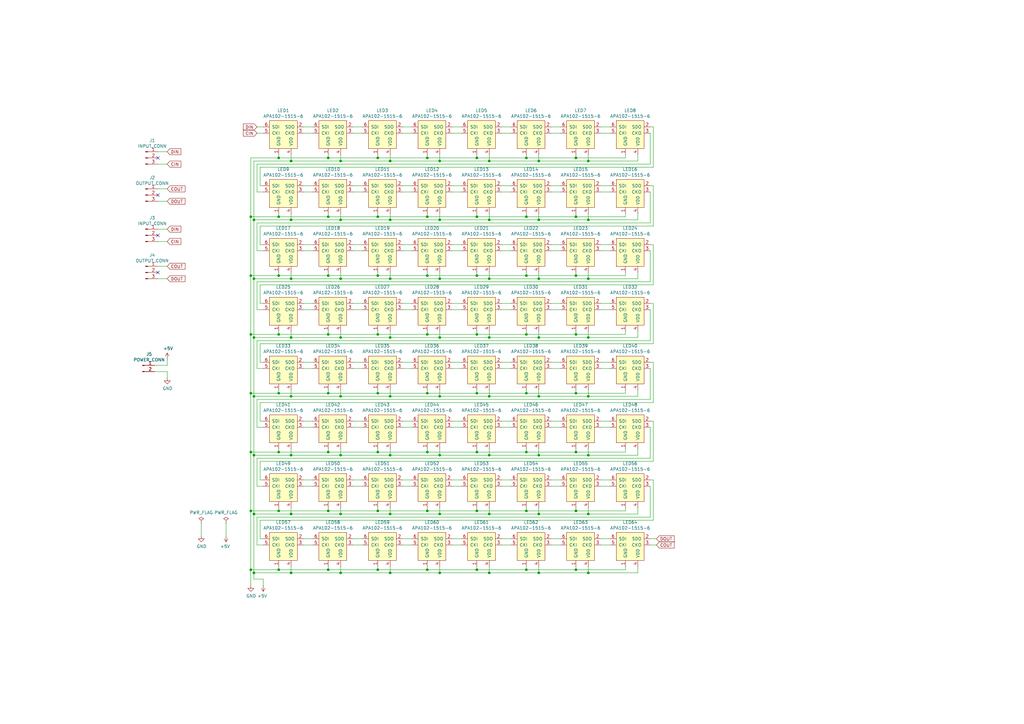
<source format=kicad_sch>
(kicad_sch (version 20211123) (generator eeschema)
  (paper "A3")
  (junction (at 154.94 161.29))
  (junction (at 241.3 234.95))
  (junction (at 102.87 88.9))
  (junction (at 134.62 209.55))
  (junction (at 102.87 161.29))
  (junction (at 236.22 233.68))
  (junction (at 180.34 114.3))
  (junction (at 200.66 66.04))
  (junction (at 102.87 233.68))
  (junction (at 195.58 64.77))
  (junction (at 160.02 114.3))
  (junction (at 241.3 114.3))
  (junction (at 134.62 137.16))
  (junction (at 104.14 138.43))
  (junction (at 134.62 113.03))
  (junction (at 119.38 90.17))
  (junction (at 175.26 233.68))
  (junction (at 220.98 114.3))
  (junction (at 154.94 209.55))
  (junction (at 220.98 162.56))
  (junction (at 154.94 64.77))
  (junction (at 175.26 113.03))
  (junction (at 104.14 210.82))
  (junction (at 139.7 210.82))
  (junction (at 241.3 66.04))
  (junction (at 200.66 162.56))
  (junction (at 119.38 66.04))
  (junction (at 134.62 64.77))
  (junction (at 114.3 137.16))
  (junction (at 236.22 64.77))
  (junction (at 195.58 233.68))
  (junction (at 119.38 162.56))
  (junction (at 160.02 66.04))
  (junction (at 119.38 114.3))
  (junction (at 200.66 234.95))
  (junction (at 114.3 233.68))
  (junction (at 119.38 186.69))
  (junction (at 180.34 234.95))
  (junction (at 195.58 137.16))
  (junction (at 200.66 90.17))
  (junction (at 139.7 90.17))
  (junction (at 154.94 233.68))
  (junction (at 102.87 209.55))
  (junction (at 119.38 210.82))
  (junction (at 215.9 185.42))
  (junction (at 215.9 161.29))
  (junction (at 195.58 113.03))
  (junction (at 175.26 88.9))
  (junction (at 200.66 210.82))
  (junction (at 134.62 161.29))
  (junction (at 104.14 234.95))
  (junction (at 175.26 64.77))
  (junction (at 104.14 90.17))
  (junction (at 180.34 90.17))
  (junction (at 236.22 113.03))
  (junction (at 139.7 114.3))
  (junction (at 134.62 185.42))
  (junction (at 139.7 234.95))
  (junction (at 139.7 66.04))
  (junction (at 236.22 137.16))
  (junction (at 180.34 186.69))
  (junction (at 160.02 162.56))
  (junction (at 175.26 137.16))
  (junction (at 154.94 88.9))
  (junction (at 195.58 185.42))
  (junction (at 215.9 209.55))
  (junction (at 236.22 161.29))
  (junction (at 220.98 90.17))
  (junction (at 195.58 88.9))
  (junction (at 220.98 138.43))
  (junction (at 241.3 90.17))
  (junction (at 241.3 162.56))
  (junction (at 160.02 138.43))
  (junction (at 180.34 66.04))
  (junction (at 220.98 66.04))
  (junction (at 119.38 138.43))
  (junction (at 102.87 185.42))
  (junction (at 160.02 90.17))
  (junction (at 114.3 88.9))
  (junction (at 236.22 209.55))
  (junction (at 241.3 138.43))
  (junction (at 220.98 186.69))
  (junction (at 154.94 113.03))
  (junction (at 102.87 113.03))
  (junction (at 195.58 209.55))
  (junction (at 160.02 186.69))
  (junction (at 104.14 114.3))
  (junction (at 195.58 161.29))
  (junction (at 236.22 185.42))
  (junction (at 114.3 113.03))
  (junction (at 200.66 186.69))
  (junction (at 139.7 186.69))
  (junction (at 139.7 138.43))
  (junction (at 114.3 64.77))
  (junction (at 134.62 88.9))
  (junction (at 154.94 185.42))
  (junction (at 215.9 64.77))
  (junction (at 154.94 137.16))
  (junction (at 180.34 210.82))
  (junction (at 215.9 113.03))
  (junction (at 175.26 161.29))
  (junction (at 139.7 162.56))
  (junction (at 114.3 209.55))
  (junction (at 220.98 210.82))
  (junction (at 215.9 233.68))
  (junction (at 241.3 186.69))
  (junction (at 180.34 162.56))
  (junction (at 119.38 234.95))
  (junction (at 102.87 137.16))
  (junction (at 104.14 162.56))
  (junction (at 215.9 137.16))
  (junction (at 220.98 234.95))
  (junction (at 175.26 185.42))
  (junction (at 241.3 210.82))
  (junction (at 160.02 210.82))
  (junction (at 200.66 114.3))
  (junction (at 180.34 138.43))
  (junction (at 160.02 234.95))
  (junction (at 175.26 209.55))
  (junction (at 134.62 233.68))
  (junction (at 114.3 185.42))
  (junction (at 200.66 138.43))
  (junction (at 215.9 88.9))
  (junction (at 104.14 186.69))
  (junction (at 114.3 161.29))
  (junction (at 236.22 88.9))
  (no_connect (at 64.77 64.77))
  (no_connect (at 64.77 111.76))
  (no_connect (at 64.77 80.01))
  (no_connect (at 64.77 96.52))
  (wire (pts (xy 102.87 161.29) (xy 102.87 185.42)))
  (wire (pts (xy 114.3 63.5) (xy 114.3 64.77)))
  (wire (pts (xy 168.91 175.26) (xy 165.1 175.26)))
  (wire (pts (xy 107.95 237.49) (xy 107.95 240.03)))
  (wire (pts (xy 175.26 209.55) (xy 154.94 209.55)))
  (wire (pts (xy 267.97 92.71) (xy 106.68 92.71)))
  (wire (pts (xy 160.02 186.69) (xy 139.7 186.69)))
  (wire (pts (xy 102.87 185.42) (xy 102.87 209.55)))
  (wire (pts (xy 215.9 88.9) (xy 195.58 88.9)))
  (wire (pts (xy 139.7 87.63) (xy 139.7 90.17)))
  (wire (pts (xy 256.54 232.41) (xy 256.54 233.68)))
  (wire (pts (xy 134.62 113.03) (xy 114.3 113.03)))
  (wire (pts (xy 229.87 76.2) (xy 226.06 76.2)))
  (wire (pts (xy 160.02 184.15) (xy 160.02 186.69)))
  (wire (pts (xy 256.54 185.42) (xy 236.22 185.42)))
  (wire (pts (xy 180.34 114.3) (xy 160.02 114.3)))
  (wire (pts (xy 236.22 161.29) (xy 215.9 161.29)))
  (wire (pts (xy 154.94 135.89) (xy 154.94 137.16)))
  (wire (pts (xy 114.3 208.28) (xy 114.3 209.55)))
  (wire (pts (xy 175.26 161.29) (xy 154.94 161.29)))
  (wire (pts (xy 256.54 88.9) (xy 236.22 88.9)))
  (wire (pts (xy 63.5 152.4) (xy 68.58 152.4)))
  (wire (pts (xy 205.74 100.33) (xy 209.55 100.33)))
  (wire (pts (xy 267.97 76.2) (xy 267.97 92.71)))
  (wire (pts (xy 209.55 199.39) (xy 205.74 199.39)))
  (wire (pts (xy 134.62 88.9) (xy 114.3 88.9)))
  (wire (pts (xy 168.91 199.39) (xy 165.1 199.39)))
  (wire (pts (xy 215.9 232.41) (xy 215.9 233.68)))
  (wire (pts (xy 261.62 160.02) (xy 261.62 162.56)))
  (wire (pts (xy 205.74 148.59) (xy 209.55 148.59)))
  (wire (pts (xy 106.68 124.46) (xy 107.95 124.46)))
  (wire (pts (xy 220.98 63.5) (xy 220.98 66.04)))
  (wire (pts (xy 246.38 102.87) (xy 250.19 102.87)))
  (wire (pts (xy 241.3 66.04) (xy 220.98 66.04)))
  (wire (pts (xy 68.58 62.23) (xy 64.77 62.23)))
  (wire (pts (xy 241.3 210.82) (xy 220.98 210.82)))
  (wire (pts (xy 209.55 127) (xy 205.74 127)))
  (wire (pts (xy 105.41 151.13) (xy 107.95 151.13)))
  (wire (pts (xy 114.3 161.29) (xy 102.87 161.29)))
  (wire (pts (xy 105.41 139.7) (xy 105.41 151.13)))
  (wire (pts (xy 180.34 234.95) (xy 160.02 234.95)))
  (wire (pts (xy 102.87 88.9) (xy 102.87 113.03)))
  (wire (pts (xy 215.9 233.68) (xy 195.58 233.68)))
  (wire (pts (xy 195.58 111.76) (xy 195.58 113.03)))
  (wire (pts (xy 175.26 135.89) (xy 175.26 137.16)))
  (wire (pts (xy 160.02 111.76) (xy 160.02 114.3)))
  (wire (pts (xy 114.3 209.55) (xy 102.87 209.55)))
  (wire (pts (xy 144.78 54.61) (xy 148.59 54.61)))
  (wire (pts (xy 134.62 184.15) (xy 134.62 185.42)))
  (wire (pts (xy 269.24 223.52) (xy 266.7 223.52)))
  (wire (pts (xy 256.54 111.76) (xy 256.54 113.03)))
  (wire (pts (xy 175.26 185.42) (xy 154.94 185.42)))
  (wire (pts (xy 189.23 220.98) (xy 185.42 220.98)))
  (wire (pts (xy 154.94 87.63) (xy 154.94 88.9)))
  (wire (pts (xy 267.97 100.33) (xy 266.7 100.33)))
  (wire (pts (xy 200.66 135.89) (xy 200.66 138.43)))
  (wire (pts (xy 139.7 66.04) (xy 119.38 66.04)))
  (wire (pts (xy 267.97 172.72) (xy 267.97 189.23)))
  (wire (pts (xy 246.38 54.61) (xy 250.19 54.61)))
  (wire (pts (xy 139.7 186.69) (xy 119.38 186.69)))
  (wire (pts (xy 114.3 135.89) (xy 114.3 137.16)))
  (wire (pts (xy 105.41 223.52) (xy 107.95 223.52)))
  (wire (pts (xy 215.9 135.89) (xy 215.9 137.16)))
  (wire (pts (xy 267.97 196.85) (xy 266.7 196.85)))
  (wire (pts (xy 229.87 199.39) (xy 226.06 199.39)))
  (wire (pts (xy 200.66 63.5) (xy 200.66 66.04)))
  (wire (pts (xy 124.46 148.59) (xy 128.27 148.59)))
  (wire (pts (xy 209.55 124.46) (xy 205.74 124.46)))
  (wire (pts (xy 105.41 187.96) (xy 105.41 199.39)))
  (wire (pts (xy 236.22 137.16) (xy 215.9 137.16)))
  (wire (pts (xy 175.26 232.41) (xy 175.26 233.68)))
  (wire (pts (xy 215.9 185.42) (xy 195.58 185.42)))
  (wire (pts (xy 266.7 163.83) (xy 105.41 163.83)))
  (wire (pts (xy 200.66 232.41) (xy 200.66 234.95)))
  (wire (pts (xy 160.02 87.63) (xy 160.02 90.17)))
  (wire (pts (xy 104.14 90.17) (xy 104.14 114.3)))
  (wire (pts (xy 195.58 161.29) (xy 175.26 161.29)))
  (wire (pts (xy 189.23 124.46) (xy 185.42 124.46)))
  (wire (pts (xy 269.24 220.98) (xy 266.7 220.98)))
  (wire (pts (xy 68.58 67.31) (xy 64.77 67.31)))
  (wire (pts (xy 168.91 124.46) (xy 165.1 124.46)))
  (wire (pts (xy 124.46 52.07) (xy 128.27 52.07)))
  (wire (pts (xy 250.19 196.85) (xy 246.38 196.85)))
  (wire (pts (xy 205.74 151.13) (xy 209.55 151.13)))
  (wire (pts (xy 229.87 196.85) (xy 226.06 196.85)))
  (wire (pts (xy 189.23 78.74) (xy 185.42 78.74)))
  (wire (pts (xy 241.3 90.17) (xy 220.98 90.17)))
  (wire (pts (xy 200.66 160.02) (xy 200.66 162.56)))
  (wire (pts (xy 105.41 52.07) (xy 107.95 52.07)))
  (wire (pts (xy 148.59 199.39) (xy 144.78 199.39)))
  (wire (pts (xy 106.68 196.85) (xy 107.95 196.85)))
  (wire (pts (xy 119.38 162.56) (xy 104.14 162.56)))
  (wire (pts (xy 266.7 115.57) (xy 105.41 115.57)))
  (wire (pts (xy 195.58 208.28) (xy 195.58 209.55)))
  (wire (pts (xy 266.7 78.74) (xy 266.7 91.44)))
  (wire (pts (xy 267.97 140.97) (xy 106.68 140.97)))
  (wire (pts (xy 250.19 223.52) (xy 246.38 223.52)))
  (wire (pts (xy 128.27 223.52) (xy 124.46 223.52)))
  (wire (pts (xy 68.58 149.86) (xy 68.58 147.32)))
  (wire (pts (xy 246.38 100.33) (xy 250.19 100.33)))
  (wire (pts (xy 148.59 127) (xy 144.78 127)))
  (wire (pts (xy 160.02 210.82) (xy 139.7 210.82)))
  (wire (pts (xy 267.97 124.46) (xy 266.7 124.46)))
  (wire (pts (xy 195.58 160.02) (xy 195.58 161.29)))
  (wire (pts (xy 68.58 82.55) (xy 64.77 82.55)))
  (wire (pts (xy 241.3 234.95) (xy 220.98 234.95)))
  (wire (pts (xy 250.19 172.72) (xy 246.38 172.72)))
  (wire (pts (xy 105.41 102.87) (xy 107.95 102.87)))
  (wire (pts (xy 226.06 102.87) (xy 229.87 102.87)))
  (wire (pts (xy 119.38 160.02) (xy 119.38 162.56)))
  (wire (pts (xy 241.3 114.3) (xy 220.98 114.3)))
  (wire (pts (xy 209.55 78.74) (xy 205.74 78.74)))
  (wire (pts (xy 148.59 196.85) (xy 144.78 196.85)))
  (wire (pts (xy 102.87 209.55) (xy 102.87 233.68)))
  (wire (pts (xy 220.98 87.63) (xy 220.98 90.17)))
  (wire (pts (xy 119.38 232.41) (xy 119.38 234.95)))
  (wire (pts (xy 180.34 186.69) (xy 160.02 186.69)))
  (wire (pts (xy 205.74 52.07) (xy 209.55 52.07)))
  (wire (pts (xy 261.62 138.43) (xy 241.3 138.43)))
  (wire (pts (xy 236.22 233.68) (xy 215.9 233.68)))
  (wire (pts (xy 139.7 184.15) (xy 139.7 186.69)))
  (wire (pts (xy 105.41 54.61) (xy 107.95 54.61)))
  (wire (pts (xy 168.91 220.98) (xy 165.1 220.98)))
  (wire (pts (xy 128.27 127) (xy 124.46 127)))
  (wire (pts (xy 106.68 165.1) (xy 106.68 172.72)))
  (wire (pts (xy 185.42 148.59) (xy 189.23 148.59)))
  (wire (pts (xy 220.98 66.04) (xy 200.66 66.04)))
  (wire (pts (xy 200.66 210.82) (xy 180.34 210.82)))
  (wire (pts (xy 200.66 87.63) (xy 200.66 90.17)))
  (wire (pts (xy 180.34 232.41) (xy 180.34 234.95)))
  (wire (pts (xy 220.98 135.89) (xy 220.98 138.43)))
  (wire (pts (xy 226.06 100.33) (xy 229.87 100.33)))
  (wire (pts (xy 175.26 184.15) (xy 175.26 185.42)))
  (wire (pts (xy 261.62 90.17) (xy 241.3 90.17)))
  (wire (pts (xy 160.02 208.28) (xy 160.02 210.82)))
  (wire (pts (xy 215.9 137.16) (xy 195.58 137.16)))
  (wire (pts (xy 261.62 111.76) (xy 261.62 114.3)))
  (wire (pts (xy 241.3 87.63) (xy 241.3 90.17)))
  (wire (pts (xy 106.68 148.59) (xy 107.95 148.59)))
  (wire (pts (xy 215.9 63.5) (xy 215.9 64.77)))
  (wire (pts (xy 267.97 68.58) (xy 106.68 68.58)))
  (wire (pts (xy 189.23 127) (xy 185.42 127)))
  (wire (pts (xy 139.7 63.5) (xy 139.7 66.04)))
  (wire (pts (xy 267.97 124.46) (xy 267.97 140.97)))
  (wire (pts (xy 209.55 196.85) (xy 205.74 196.85)))
  (wire (pts (xy 189.23 199.39) (xy 185.42 199.39)))
  (wire (pts (xy 241.3 232.41) (xy 241.3 234.95)))
  (wire (pts (xy 106.68 68.58) (xy 106.68 76.2)))
  (wire (pts (xy 256.54 184.15) (xy 256.54 185.42)))
  (wire (pts (xy 220.98 210.82) (xy 200.66 210.82)))
  (wire (pts (xy 205.74 102.87) (xy 209.55 102.87)))
  (wire (pts (xy 119.38 111.76) (xy 119.38 114.3)))
  (wire (pts (xy 195.58 135.89) (xy 195.58 137.16)))
  (wire (pts (xy 128.27 175.26) (xy 124.46 175.26)))
  (wire (pts (xy 220.98 234.95) (xy 200.66 234.95)))
  (wire (pts (xy 154.94 208.28) (xy 154.94 209.55)))
  (wire (pts (xy 195.58 209.55) (xy 175.26 209.55)))
  (wire (pts (xy 148.59 124.46) (xy 144.78 124.46)))
  (wire (pts (xy 82.55 219.71) (xy 82.55 214.63)))
  (wire (pts (xy 215.9 160.02) (xy 215.9 161.29)))
  (wire (pts (xy 128.27 76.2) (xy 124.46 76.2)))
  (wire (pts (xy 175.26 160.02) (xy 175.26 161.29)))
  (wire (pts (xy 215.9 111.76) (xy 215.9 113.03)))
  (wire (pts (xy 241.3 184.15) (xy 241.3 186.69)))
  (wire (pts (xy 220.98 111.76) (xy 220.98 114.3)))
  (wire (pts (xy 220.98 90.17) (xy 200.66 90.17)))
  (wire (pts (xy 189.23 76.2) (xy 185.42 76.2)))
  (wire (pts (xy 92.71 219.71) (xy 92.71 214.63)))
  (wire (pts (xy 160.02 138.43) (xy 139.7 138.43)))
  (wire (pts (xy 200.66 66.04) (xy 180.34 66.04)))
  (wire (pts (xy 195.58 185.42) (xy 175.26 185.42)))
  (wire (pts (xy 209.55 175.26) (xy 205.74 175.26)))
  (wire (pts (xy 175.26 64.77) (xy 154.94 64.77)))
  (wire (pts (xy 200.66 184.15) (xy 200.66 186.69)))
  (wire (pts (xy 261.62 114.3) (xy 241.3 114.3)))
  (wire (pts (xy 205.74 223.52) (xy 209.55 223.52)))
  (wire (pts (xy 119.38 135.89) (xy 119.38 138.43)))
  (wire (pts (xy 124.46 100.33) (xy 128.27 100.33)))
  (wire (pts (xy 105.41 91.44) (xy 105.41 102.87)))
  (wire (pts (xy 261.62 66.04) (xy 241.3 66.04)))
  (wire (pts (xy 195.58 232.41) (xy 195.58 233.68)))
  (wire (pts (xy 267.97 116.84) (xy 106.68 116.84)))
  (wire (pts (xy 266.7 102.87) (xy 266.7 115.57)))
  (wire (pts (xy 180.34 66.04) (xy 160.02 66.04)))
  (wire (pts (xy 180.34 135.89) (xy 180.34 138.43)))
  (wire (pts (xy 128.27 78.74) (xy 124.46 78.74)))
  (wire (pts (xy 119.38 87.63) (xy 119.38 90.17)))
  (wire (pts (xy 139.7 208.28) (xy 139.7 210.82)))
  (wire (pts (xy 148.59 172.72) (xy 144.78 172.72)))
  (wire (pts (xy 154.94 209.55) (xy 134.62 209.55)))
  (wire (pts (xy 124.46 54.61) (xy 128.27 54.61)))
  (wire (pts (xy 106.68 100.33) (xy 107.95 100.33)))
  (wire (pts (xy 256.54 209.55) (xy 236.22 209.55)))
  (wire (pts (xy 102.87 233.68) (xy 102.87 240.03)))
  (wire (pts (xy 114.3 137.16) (xy 102.87 137.16)))
  (wire (pts (xy 226.06 151.13) (xy 229.87 151.13)))
  (wire (pts (xy 220.98 114.3) (xy 200.66 114.3)))
  (wire (pts (xy 229.87 175.26) (xy 226.06 175.26)))
  (wire (pts (xy 144.78 102.87) (xy 148.59 102.87)))
  (wire (pts (xy 226.06 54.61) (xy 229.87 54.61)))
  (wire (pts (xy 195.58 113.03) (xy 175.26 113.03)))
  (wire (pts (xy 261.62 186.69) (xy 241.3 186.69)))
  (wire (pts (xy 119.38 66.04) (xy 104.14 66.04)))
  (wire (pts (xy 134.62 233.68) (xy 114.3 233.68)))
  (wire (pts (xy 236.22 135.89) (xy 236.22 137.16)))
  (wire (pts (xy 205.74 172.72) (xy 209.55 172.72)))
  (wire (pts (xy 241.3 138.43) (xy 220.98 138.43)))
  (wire (pts (xy 236.22 185.42) (xy 215.9 185.42)))
  (wire (pts (xy 250.19 124.46) (xy 246.38 124.46)))
  (wire (pts (xy 154.94 64.77) (xy 134.62 64.77)))
  (wire (pts (xy 261.62 208.28) (xy 261.62 210.82)))
  (wire (pts (xy 180.34 138.43) (xy 160.02 138.43)))
  (wire (pts (xy 168.91 223.52) (xy 165.1 223.52)))
  (wire (pts (xy 106.68 213.36) (xy 106.68 220.98)))
  (wire (pts (xy 139.7 232.41) (xy 139.7 234.95)))
  (wire (pts (xy 154.94 63.5) (xy 154.94 64.77)))
  (wire (pts (xy 250.19 127) (xy 246.38 127)))
  (wire (pts (xy 189.23 196.85) (xy 185.42 196.85)))
  (wire (pts (xy 119.38 234.95) (xy 104.14 234.95)))
  (wire (pts (xy 180.34 162.56) (xy 160.02 162.56)))
  (wire (pts (xy 256.54 208.28) (xy 256.54 209.55)))
  (wire (pts (xy 134.62 185.42) (xy 114.3 185.42)))
  (wire (pts (xy 215.9 113.03) (xy 195.58 113.03)))
  (wire (pts (xy 229.87 220.98) (xy 226.06 220.98)))
  (wire (pts (xy 180.34 111.76) (xy 180.34 114.3)))
  (wire (pts (xy 165.1 102.87) (xy 168.91 102.87)))
  (wire (pts (xy 229.87 127) (xy 226.06 127)))
  (wire (pts (xy 148.59 76.2) (xy 144.78 76.2)))
  (wire (pts (xy 220.98 232.41) (xy 220.98 234.95)))
  (wire (pts (xy 261.62 210.82) (xy 241.3 210.82)))
  (wire (pts (xy 185.42 100.33) (xy 189.23 100.33)))
  (wire (pts (xy 134.62 63.5) (xy 134.62 64.77)))
  (wire (pts (xy 200.66 208.28) (xy 200.66 210.82)))
  (wire (pts (xy 68.58 93.98) (xy 64.77 93.98)))
  (wire (pts (xy 124.46 102.87) (xy 128.27 102.87)))
  (wire (pts (xy 215.9 161.29) (xy 195.58 161.29)))
  (wire (pts (xy 241.3 208.28) (xy 241.3 210.82)))
  (wire (pts (xy 215.9 209.55) (xy 195.58 209.55)))
  (wire (pts (xy 189.23 172.72) (xy 185.42 172.72)))
  (wire (pts (xy 266.7 127) (xy 266.7 139.7)))
  (wire (pts (xy 261.62 234.95) (xy 241.3 234.95)))
  (wire (pts (xy 195.58 137.16) (xy 175.26 137.16)))
  (wire (pts (xy 236.22 232.41) (xy 236.22 233.68)))
  (wire (pts (xy 168.91 127) (xy 165.1 127)))
  (wire (pts (xy 68.58 152.4) (xy 68.58 154.94)))
  (wire (pts (xy 114.3 87.63) (xy 114.3 88.9)))
  (wire (pts (xy 102.87 113.03) (xy 102.87 137.16)))
  (wire (pts (xy 200.66 162.56) (xy 180.34 162.56)))
  (wire (pts (xy 104.14 210.82) (xy 104.14 234.95)))
  (wire (pts (xy 148.59 220.98) (xy 144.78 220.98)))
  (wire (pts (xy 241.3 111.76) (xy 241.3 114.3)))
  (wire (pts (xy 134.62 111.76) (xy 134.62 113.03)))
  (wire (pts (xy 160.02 90.17) (xy 139.7 90.17)))
  (wire (pts (xy 229.87 78.74) (xy 226.06 78.74)))
  (wire (pts (xy 236.22 111.76) (xy 236.22 113.03)))
  (wire (pts (xy 154.94 137.16) (xy 134.62 137.16)))
  (wire (pts (xy 220.98 138.43) (xy 200.66 138.43)))
  (wire (pts (xy 220.98 184.15) (xy 220.98 186.69)))
  (wire (pts (xy 160.02 162.56) (xy 139.7 162.56)))
  (wire (pts (xy 105.41 175.26) (xy 107.95 175.26)))
  (wire (pts (xy 241.3 162.56) (xy 220.98 162.56)))
  (wire (pts (xy 175.26 137.16) (xy 154.94 137.16)))
  (wire (pts (xy 175.26 87.63) (xy 175.26 88.9)))
  (wire (pts (xy 189.23 223.52) (xy 185.42 223.52)))
  (wire (pts (xy 175.26 233.68) (xy 154.94 233.68)))
  (wire (pts (xy 180.34 90.17) (xy 160.02 90.17)))
  (wire (pts (xy 154.94 185.42) (xy 134.62 185.42)))
  (wire (pts (xy 160.02 135.89) (xy 160.02 138.43)))
  (wire (pts (xy 168.91 151.13) (xy 165.1 151.13)))
  (wire (pts (xy 185.42 54.61) (xy 189.23 54.61)))
  (wire (pts (xy 134.62 87.63) (xy 134.62 88.9)))
  (wire (pts (xy 160.02 114.3) (xy 139.7 114.3)))
  (wire (pts (xy 189.23 175.26) (xy 185.42 175.26)))
  (wire (pts (xy 236.22 64.77) (xy 215.9 64.77)))
  (wire (pts (xy 139.7 90.17) (xy 119.38 90.17)))
  (wire (pts (xy 266.7 54.61) (xy 266.7 67.31)))
  (wire (pts (xy 124.46 151.13) (xy 128.27 151.13)))
  (wire (pts (xy 195.58 88.9) (xy 175.26 88.9)))
  (wire (pts (xy 119.38 63.5) (xy 119.38 66.04)))
  (wire (pts (xy 215.9 64.77) (xy 195.58 64.77)))
  (wire (pts (xy 104.14 138.43) (xy 104.14 162.56)))
  (wire (pts (xy 106.68 189.23) (xy 106.68 196.85)))
  (wire (pts (xy 175.26 88.9) (xy 154.94 88.9)))
  (wire (pts (xy 200.66 138.43) (xy 180.34 138.43)))
  (wire (pts (xy 236.22 209.55) (xy 215.9 209.55)))
  (wire (pts (xy 266.7 151.13) (xy 266.7 163.83)))
  (wire (pts (xy 106.68 220.98) (xy 107.95 220.98)))
  (wire (pts (xy 266.7 67.31) (xy 105.41 67.31)))
  (wire (pts (xy 128.27 196.85) (xy 124.46 196.85)))
  (wire (pts (xy 68.58 109.22) (xy 64.77 109.22)))
  (wire (pts (xy 241.3 63.5) (xy 241.3 66.04)))
  (wire (pts (xy 165.1 100.33) (xy 168.91 100.33)))
  (wire (pts (xy 266.7 175.26) (xy 266.7 187.96)))
  (wire (pts (xy 160.02 232.41) (xy 160.02 234.95)))
  (wire (pts (xy 267.97 76.2) (xy 266.7 76.2)))
  (wire (pts (xy 180.34 208.28) (xy 180.34 210.82)))
  (wire (pts (xy 119.38 138.43) (xy 104.14 138.43)))
  (wire (pts (xy 215.9 87.63) (xy 215.9 88.9)))
  (wire (pts (xy 128.27 199.39) (xy 124.46 199.39)))
  (wire (pts (xy 119.38 184.15) (xy 119.38 186.69)))
  (wire (pts (xy 114.3 111.76) (xy 114.3 113.03)))
  (wire (pts (xy 154.94 161.29) (xy 134.62 161.29)))
  (wire (pts (xy 68.58 114.3) (xy 64.77 114.3)))
  (wire (pts (xy 139.7 234.95) (xy 119.38 234.95)))
  (wire (pts (xy 105.41 212.09) (xy 105.41 223.52)))
  (wire (pts (xy 226.06 52.07) (xy 229.87 52.07)))
  (wire (pts (xy 267.97 196.85) (xy 267.97 213.36)))
  (wire (pts (xy 250.19 78.74) (xy 246.38 78.74)))
  (wire (pts (xy 104.14 114.3) (xy 104.14 138.43)))
  (wire (pts (xy 68.58 99.06) (xy 64.77 99.06)))
  (wire (pts (xy 148.59 223.52) (xy 144.78 223.52)))
  (wire (pts (xy 114.3 232.41) (xy 114.3 233.68)))
  (wire (pts (xy 139.7 138.43) (xy 119.38 138.43)))
  (wire (pts (xy 154.94 113.03) (xy 134.62 113.03)))
  (wire (pts (xy 175.26 63.5) (xy 175.26 64.77)))
  (wire (pts (xy 246.38 52.07) (xy 250.19 52.07)))
  (wire (pts (xy 175.26 113.03) (xy 154.94 113.03)))
  (wire (pts (xy 200.66 114.3) (xy 180.34 114.3)))
  (wire (pts (xy 134.62 64.77) (xy 114.3 64.77)))
  (wire (pts (xy 220.98 208.28) (xy 220.98 210.82)))
  (wire (pts (xy 267.97 189.23) (xy 106.68 189.23)))
  (wire (pts (xy 250.19 175.26) (xy 246.38 175.26)))
  (wire (pts (xy 114.3 64.77) (xy 102.87 64.77)))
  (wire (pts (xy 154.94 160.02) (xy 154.94 161.29)))
  (wire (pts (xy 267.97 172.72) (xy 266.7 172.72)))
  (wire (pts (xy 195.58 233.68) (xy 175.26 233.68)))
  (wire (pts (xy 200.66 234.95) (xy 180.34 234.95)))
  (wire (pts (xy 139.7 114.3) (xy 119.38 114.3)))
  (wire (pts (xy 195.58 64.77) (xy 175.26 64.77)))
  (wire (pts (xy 236.22 208.28) (xy 236.22 209.55)))
  (wire (pts (xy 185.42 52.07) (xy 189.23 52.07)))
  (wire (pts (xy 106.68 116.84) (xy 106.68 124.46)))
  (wire (pts (xy 139.7 210.82) (xy 119.38 210.82)))
  (wire (pts (xy 165.1 148.59) (xy 168.91 148.59)))
  (wire (pts (xy 241.3 160.02) (xy 241.3 162.56)))
  (wire (pts (xy 105.41 67.31) (xy 105.41 78.74)))
  (wire (pts (xy 102.87 64.77) (xy 102.87 88.9)))
  (wire (pts (xy 106.68 92.71) (xy 106.68 100.33)))
  (wire (pts (xy 200.66 186.69) (xy 180.34 186.69)))
  (wire (pts (xy 261.62 63.5) (xy 261.62 66.04)))
  (wire (pts (xy 241.3 186.69) (xy 220.98 186.69)))
  (wire (pts (xy 139.7 162.56) (xy 119.38 162.56)))
  (wire (pts (xy 106.68 140.97) (xy 106.68 148.59)))
  (wire (pts (xy 180.34 210.82) (xy 160.02 210.82)))
  (wire (pts (xy 226.06 148.59) (xy 229.87 148.59)))
  (wire (pts (xy 261.62 162.56) (xy 241.3 162.56)))
  (wire (pts (xy 215.9 208.28) (xy 215.9 209.55)))
  (wire (pts (xy 267.97 52.07) (xy 267.97 68.58)))
  (wire (pts (xy 267.97 213.36) (xy 106.68 213.36)))
  (wire (pts (xy 160.02 160.02) (xy 160.02 162.56)))
  (wire (pts (xy 114.3 185.42) (xy 102.87 185.42)))
  (wire (pts (xy 246.38 151.13) (xy 250.19 151.13)))
  (wire (pts (xy 134.62 209.55) (xy 114.3 209.55)))
  (wire (pts (xy 160.02 234.95) (xy 139.7 234.95)))
  (wire (pts (xy 236.22 87.63) (xy 236.22 88.9)))
  (wire (pts (xy 180.34 184.15) (xy 180.34 186.69)))
  (wire (pts (xy 229.87 172.72) (xy 226.06 172.72)))
  (wire (pts (xy 105.41 78.74) (xy 107.95 78.74)))
  (wire (pts (xy 114.3 184.15) (xy 114.3 185.42)))
  (wire (pts (xy 200.66 111.76) (xy 200.66 114.3)))
  (wire (pts (xy 195.58 63.5) (xy 195.58 64.77)))
  (wire (pts (xy 261.62 87.63) (xy 261.62 90.17)))
  (wire (pts (xy 144.78 100.33) (xy 148.59 100.33)))
  (wire (pts (xy 105.41 199.39) (xy 107.95 199.39)))
  (wire (pts (xy 266.7 91.44) (xy 105.41 91.44)))
  (wire (pts (xy 220.98 162.56) (xy 200.66 162.56)))
  (wire (pts (xy 180.34 160.02) (xy 180.34 162.56)))
  (wire (pts (xy 102.87 137.16) (xy 102.87 161.29)))
  (wire (pts (xy 236.22 184.15) (xy 236.22 185.42)))
  (wire (pts (xy 119.38 210.82) (xy 104.14 210.82)))
  (wire (pts (xy 114.3 233.68) (xy 102.87 233.68)))
  (wire (pts (xy 119.38 90.17) (xy 104.14 90.17)))
  (wire (pts (xy 267.97 100.33) (xy 267.97 116.84)))
  (wire (pts (xy 154.94 111.76) (xy 154.94 113.03)))
  (wire (pts (xy 185.42 151.13) (xy 189.23 151.13)))
  (wire (pts (xy 119.38 208.28) (xy 119.38 210.82)))
  (wire (pts (xy 261.62 184.15) (xy 261.62 186.69)))
  (wire (pts (xy 144.78 148.59) (xy 148.59 148.59)))
  (wire (pts (xy 175.26 208.28) (xy 175.26 209.55)))
  (wire (pts (xy 256.54 233.68) (xy 236.22 233.68)))
  (wire (pts (xy 256.54 63.5) (xy 256.54 64.77)))
  (wire (pts (xy 105.41 163.83) (xy 105.41 175.26)))
  (wire (pts (xy 261.62 135.89) (xy 261.62 138.43)))
  (wire (pts (xy 236.22 113.03) (xy 215.9 113.03)))
  (wire (pts (xy 104.14 66.04) (xy 104.14 90.17)))
  (wire (pts (xy 128.27 124.46) (xy 124.46 124.46)))
  (wire (pts (xy 106.68 76.2) (xy 107.95 76.2)))
  (wire (pts (xy 267.97 148.59) (xy 267.97 165.1)))
  (wire (pts (xy 256.54 87.63) (xy 256.54 88.9)))
  (wire (pts (xy 144.78 52.07) (xy 148.59 52.07)))
  (wire (pts (xy 256.54 135.89) (xy 256.54 137.16)))
  (wire (pts (xy 128.27 220.98) (xy 124.46 220.98)))
  (wire (pts (xy 256.54 160.02) (xy 256.54 161.29)))
  (wire (pts (xy 261.62 232.41) (xy 261.62 234.95)))
  (wire (pts (xy 63.5 149.86) (xy 68.58 149.86)))
  (wire (pts (xy 154.94 232.41) (xy 154.94 233.68)))
  (wire (pts (xy 175.26 111.76) (xy 175.26 113.03)))
  (wire (pts (xy 236.22 160.02) (xy 236.22 161.29)))
  (wire (pts (xy 139.7 111.76) (xy 139.7 114.3)))
  (wire (pts (xy 154.94 233.68) (xy 134.62 233.68)))
  (wire (pts (xy 266.7 199.39) (xy 266.7 212.09)))
  (wire (pts (xy 205.74 54.61) (xy 209.55 54.61)))
  (wire (pts (xy 266.7 52.07) (xy 267.97 52.07)))
  (wire (pts (xy 114.3 160.02) (xy 114.3 161.29)))
  (wire (pts (xy 119.38 186.69) (xy 104.14 186.69)))
  (wire (pts (xy 104.14 162.56) (xy 104.14 186.69)))
  (wire (pts (xy 139.7 160.02) (xy 139.7 162.56)))
  (wire (pts (xy 250.19 199.39) (xy 246.38 199.39)))
  (wire (pts (xy 168.91 76.2) (xy 165.1 76.2)))
  (wire (pts (xy 160.02 66.04) (xy 139.7 66.04)))
  (wire (pts (xy 148.59 175.26) (xy 144.78 175.26)))
  (wire (pts (xy 220.98 160.02) (xy 220.98 162.56)))
  (wire (pts (xy 241.3 135.89) (xy 241.3 138.43)))
  (wire (pts (xy 168.91 172.72) (xy 165.1 172.72)))
  (wire (pts (xy 114.3 113.03) (xy 102.87 113.03)))
  (wire (pts (xy 195.58 87.63) (xy 195.58 88.9)))
  (wire (pts (xy 106.68 172.72) (xy 107.95 172.72)))
  (wire (pts (xy 119.38 114.3) (xy 104.14 114.3)))
  (wire (pts (xy 256.54 64.77) (xy 236.22 64.77)))
  (wire (pts (xy 250.19 76.2) (xy 246.38 76.2)))
  (wire (pts (xy 139.7 135.89) (xy 139.7 138.43)))
  (wire (pts (xy 134.62 160.02) (xy 134.62 161.29)))
  (wire (pts (xy 267.97 148.59) (xy 266.7 148.59)))
  (wire (pts (xy 160.02 63.5) (xy 160.02 66.04)))
  (wire (pts (xy 229.87 124.46) (xy 226.06 124.46)))
  (wire (pts (xy 154.94 88.9) (xy 134.62 88.9)))
  (wire (pts (xy 134.62 137.16) (xy 114.3 137.16)))
  (wire (pts (xy 154.94 184.15) (xy 154.94 185.42)))
  (wire (pts (xy 180.34 63.5) (xy 180.34 66.04)))
  (wire (pts (xy 134.62 135.89) (xy 134.62 137.16)))
  (wire (pts (xy 104.14 186.69) (xy 104.14 210.82)))
  (wire (pts (xy 209.55 220.98) (xy 205.74 220.98)))
  (wire (pts (xy 168.91 78.74) (xy 165.1 78.74)))
  (wire (pts (xy 134.62 232.41) (xy 134.62 233.68)))
  (wire (pts (xy 266.7 212.09) (xy 105.41 212.09)))
  (wire (pts (xy 168.91 196.85) (xy 165.1 196.85)))
  (wire (pts (xy 195.58 184.15) (xy 195.58 185.42)))
  (wire (pts (xy 236.22 88.9) (xy 215.9 88.9)))
  (wire (pts (xy 229.87 223.52) (xy 226.06 223.52)))
  (wire (pts (xy 104.14 234.95) (xy 104.14 237.49)))
  (wire (pts (xy 200.66 90.17) (xy 180.34 90.17)))
  (wire (pts (xy 246.38 148.59) (xy 250.19 148.59)))
  (wire (pts (xy 68.58 77.47) (xy 64.77 77.47)))
  (wire (pts (xy 144.78 151.13) (xy 148.59 151.13)))
  (wire (pts (xy 266.7 187.96) (xy 105.41 187.96)))
  (wire (pts (xy 236.22 63.5) (xy 236.22 64.77)))
  (wire (pts (xy 128.27 172.72) (xy 124.46 172.72)))
  (wire (pts (xy 105.41 127) (xy 107.95 127)))
  (wire (pts (xy 256.54 161.29) (xy 236.22 161.29)))
  (wire (pts (xy 134.62 161.29) (xy 114.3 161.29)))
  (wire (pts (xy 180.34 87.63) (xy 180.34 90.17)))
  (wire (pts (xy 256.54 113.03) (xy 236.22 113.03)))
  (wire (pts (xy 185.42 102.87) (xy 189.23 102.87)))
  (wire (pts (xy 165.1 54.61) (xy 168.91 54.61)))
  (wire (pts (xy 266.7 139.7) (xy 105.41 139.7)))
  (wire (pts (xy 148.59 78.74) (xy 144.78 78.74)))
  (wire (pts (xy 209.55 76.2) (xy 205.74 76.2)))
  (wire (pts (xy 134.62 208.28) (xy 134.62 209.55)))
  (wire (pts (xy 114.3 88.9) (xy 102.87 88.9)))
  (wire (pts (xy 104.14 237.49) (xy 107.95 237.49)))
  (wire (pts (xy 250.19 220.98) (xy 246.38 220.98)))
  (wire (pts (xy 105.41 115.57) (xy 105.41 127)))
  (wire (pts (xy 165.1 52.07) (xy 168.91 52.07)))
  (wire (pts (xy 220.98 186.69) (xy 200.66 186.69)))
  (wire (pts (xy 215.9 184.15) (xy 215.9 185.42)))
  (wire (pts (xy 267.97 165.1) (xy 106.68 165.1)))
  (wire (pts (xy 256.54 137.16) (xy 236.22 137.16)))
  (global_label "DOUT" (shape input) (at 68.58 82.55 0) (property "Intersheet References" "${INTERSHEET_REFS}" (effects hide)))
  (global_label "COUT" (shape input) (at 68.58 109.22 0) (property "Intersheet References" "${INTERSHEET_REFS}" (effects hide)))
  (global_label "COUT" (shape input) (at 269.24 223.52 0) (property "Intersheet References" "${INTERSHEET_REFS}" (effects hide)))
  (global_label "CIN" (shape input) (at 105.41 54.61 180) (property "Intersheet References" "${INTERSHEET_REFS}" (effects hide)))
  (global_label "DIN" (shape input) (at 68.58 62.23 0) (property "Intersheet References" "${INTERSHEET_REFS}" (effects hide)))
  (global_label "CIN" (shape input) (at 68.58 67.31 0) (property "Intersheet References" "${INTERSHEET_REFS}" (effects hide)))
  (global_label "CIN" (shape input) (at 68.58 99.06 0) (property "Intersheet References" "${INTERSHEET_REFS}" (effects hide)))
  (global_label "DOUT" (shape input) (at 68.58 114.3 0) (property "Intersheet References" "${INTERSHEET_REFS}" (effects hide)))
  (global_label "COUT" (shape input) (at 68.58 77.47 0) (property "Intersheet References" "${INTERSHEET_REFS}" (effects hide)))
  (global_label "DIN" (shape input) (at 105.41 52.07 180) (property "Intersheet References" "${INTERSHEET_REFS}" (effects hide)))
  (global_label "DOUT" (shape input) (at 269.24 220.98 0) (property "Intersheet References" "${INTERSHEET_REFS}" (effects hide)))
  (global_label "DIN" (shape input) (at 68.58 93.98 0) (property "Intersheet References" "${INTERSHEET_REFS}" (effects hide)))
  (symbol (lib_id "_addressable_leds:APA102-1515-6") (at 116.84 53.34 0) (unit 1)
    (property "Reference" "LED1" (at 116.205 45.339 0))
    (property "Value" "APA102-1515-6" (at 116.205 47.6504 0))
    (property "Footprint" "_addressable_leds_footprint:APA102-1515-6" (effects hide))
    (property "Datasheet" "http://www.normandled.com/upload/202003/APA102-1515%20LED%20Datasheet.pdf" (effects hide))
  )
  (symbol (lib_id "_addressable_leds:APA102-1515-6") (at 137.16 53.34 0) (unit 1)
    (property "Reference" "LED2" (at 136.525 45.339 0))
    (property "Value" "APA102-1515-6" (at 136.525 47.6504 0))
    (property "Footprint" "_addressable_leds_footprint:APA102-1515-6" (effects hide))
    (property "Datasheet" "http://www.normandled.com/upload/202003/APA102-1515%20LED%20Datasheet.pdf" (effects hide))
  )
  (symbol (lib_id "_addressable_leds:APA102-1515-6") (at 157.48 53.34 0) (unit 1)
    (property "Reference" "LED3" (at 156.845 45.339 0))
    (property "Value" "APA102-1515-6" (at 156.845 47.6504 0))
    (property "Footprint" "_addressable_leds_footprint:APA102-1515-6" (effects hide))
    (property "Datasheet" "http://www.normandled.com/upload/202003/APA102-1515%20LED%20Datasheet.pdf" (effects hide))
  )
  (symbol (lib_id "_addressable_leds:APA102-1515-6") (at 177.8 53.34 0) (unit 1)
    (property "Reference" "LED4" (at 177.165 45.339 0))
    (property "Value" "APA102-1515-6" (at 177.165 47.6504 0))
    (property "Footprint" "_addressable_leds_footprint:APA102-1515-6" (effects hide))
    (property "Datasheet" "http://www.normandled.com/upload/202003/APA102-1515%20LED%20Datasheet.pdf" (effects hide))
  )
  (symbol (lib_id "_addressable_leds:APA102-1515-6") (at 198.12 53.34 0) (unit 1)
    (property "Reference" "LED5" (at 197.485 45.339 0))
    (property "Value" "APA102-1515-6" (at 197.485 47.6504 0))
    (property "Footprint" "_addressable_leds_footprint:APA102-1515-6" (effects hide))
    (property "Datasheet" "http://www.normandled.com/upload/202003/APA102-1515%20LED%20Datasheet.pdf" (effects hide))
  )
  (symbol (lib_id "_addressable_leds:APA102-1515-6") (at 218.44 53.34 0) (unit 1)
    (property "Reference" "LED6" (at 217.805 45.339 0))
    (property "Value" "APA102-1515-6" (at 217.805 47.6504 0))
    (property "Footprint" "_addressable_leds_footprint:APA102-1515-6" (effects hide))
    (property "Datasheet" "http://www.normandled.com/upload/202003/APA102-1515%20LED%20Datasheet.pdf" (effects hide))
  )
  (symbol (lib_id "_addressable_leds:APA102-1515-6") (at 238.76 53.34 0) (unit 1)
    (property "Reference" "LED7" (at 238.125 45.339 0))
    (property "Value" "APA102-1515-6" (at 238.125 47.6504 0))
    (property "Footprint" "_addressable_leds_footprint:APA102-1515-6" (effects hide))
    (property "Datasheet" "http://www.normandled.com/upload/202003/APA102-1515%20LED%20Datasheet.pdf" (effects hide))
  )
  (symbol (lib_id "_addressable_leds:APA102-1515-6") (at 259.08 53.34 0) (unit 1)
    (property "Reference" "LED8" (at 258.445 45.339 0))
    (property "Value" "APA102-1515-6" (at 258.445 47.6504 0))
    (property "Footprint" "_addressable_leds_footprint:APA102-1515-6" (effects hide))
    (property "Datasheet" "http://www.normandled.com/upload/202003/APA102-1515%20LED%20Datasheet.pdf" (effects hide))
  )
  (symbol (lib_id "_addressable_leds:APA102-1515-6") (at 116.84 77.47 0) (unit 1)
    (property "Reference" "LED9" (at 116.205 69.469 0))
    (property "Value" "APA102-1515-6" (at 116.205 71.7804 0))
    (property "Footprint" "_addressable_leds_footprint:APA102-1515-6" (effects hide))
    (property "Datasheet" "http://www.normandled.com/upload/202003/APA102-1515%20LED%20Datasheet.pdf" (effects hide))
  )
  (symbol (lib_id "_addressable_leds:APA102-1515-6") (at 137.16 77.47 0) (unit 1)
    (property "Reference" "LED10" (at 136.525 69.469 0))
    (property "Value" "APA102-1515-6" (at 136.525 71.7804 0))
    (property "Footprint" "_addressable_leds_footprint:APA102-1515-6" (effects hide))
    (property "Datasheet" "http://www.normandled.com/upload/202003/APA102-1515%20LED%20Datasheet.pdf" (effects hide))
  )
  (symbol (lib_id "_addressable_leds:APA102-1515-6") (at 157.48 77.47 0) (unit 1)
    (property "Reference" "LED11" (at 156.845 69.469 0))
    (property "Value" "APA102-1515-6" (at 156.845 71.7804 0))
    (property "Footprint" "_addressable_leds_footprint:APA102-1515-6" (effects hide))
    (property "Datasheet" "http://www.normandled.com/upload/202003/APA102-1515%20LED%20Datasheet.pdf" (effects hide))
  )
  (symbol (lib_id "_addressable_leds:APA102-1515-6") (at 177.8 77.47 0) (unit 1)
    (property "Reference" "LED12" (at 177.165 69.469 0))
    (property "Value" "APA102-1515-6" (at 177.165 71.7804 0))
    (property "Footprint" "_addressable_leds_footprint:APA102-1515-6" (effects hide))
    (property "Datasheet" "http://www.normandled.com/upload/202003/APA102-1515%20LED%20Datasheet.pdf" (effects hide))
  )
  (symbol (lib_id "_addressable_leds:APA102-1515-6") (at 198.12 77.47 0) (unit 1)
    (property "Reference" "LED13" (at 197.485 69.469 0))
    (property "Value" "APA102-1515-6" (at 197.485 71.7804 0))
    (property "Footprint" "_addressable_leds_footprint:APA102-1515-6" (effects hide))
    (property "Datasheet" "http://www.normandled.com/upload/202003/APA102-1515%20LED%20Datasheet.pdf" (effects hide))
  )
  (symbol (lib_id "_addressable_leds:APA102-1515-6") (at 218.44 77.47 0) (unit 1)
    (property "Reference" "LED14" (at 217.805 69.469 0))
    (property "Value" "APA102-1515-6" (at 217.805 71.7804 0))
    (property "Footprint" "_addressable_leds_footprint:APA102-1515-6" (effects hide))
    (property "Datasheet" "http://www.normandled.com/upload/202003/APA102-1515%20LED%20Datasheet.pdf" (effects hide))
  )
  (symbol (lib_id "_addressable_leds:APA102-1515-6") (at 238.76 77.47 0) (unit 1)
    (property "Reference" "LED15" (at 238.125 69.469 0))
    (property "Value" "APA102-1515-6" (at 238.125 71.7804 0))
    (property "Footprint" "_addressable_leds_footprint:APA102-1515-6" (effects hide))
    (property "Datasheet" "http://www.normandled.com/upload/202003/APA102-1515%20LED%20Datasheet.pdf" (effects hide))
  )
  (symbol (lib_id "_addressable_leds:APA102-1515-6") (at 259.08 77.47 0) (unit 1)
    (property "Reference" "LED16" (at 258.445 69.469 0))
    (property "Value" "APA102-1515-6" (at 258.445 71.7804 0))
    (property "Footprint" "_addressable_leds_footprint:APA102-1515-6" (effects hide))
    (property "Datasheet" "http://www.normandled.com/upload/202003/APA102-1515%20LED%20Datasheet.pdf" (effects hide))
  )
  (symbol (lib_id "_addressable_leds:APA102-1515-6") (at 116.84 101.6 0) (unit 1)
    (property "Reference" "LED17" (at 116.205 93.599 0))
    (property "Value" "APA102-1515-6" (at 116.205 95.9104 0))
    (property "Footprint" "_addressable_leds_footprint:APA102-1515-6" (effects hide))
    (property "Datasheet" "http://www.normandled.com/upload/202003/APA102-1515%20LED%20Datasheet.pdf" (effects hide))
  )
  (symbol (lib_id "_addressable_leds:APA102-1515-6") (at 137.16 101.6 0) (unit 1)
    (property "Reference" "LED18" (at 136.525 93.599 0))
    (property "Value" "APA102-1515-6" (at 136.525 95.9104 0))
    (property "Footprint" "_addressable_leds_footprint:APA102-1515-6" (effects hide))
    (property "Datasheet" "http://www.normandled.com/upload/202003/APA102-1515%20LED%20Datasheet.pdf" (effects hide))
  )
  (symbol (lib_id "_addressable_leds:APA102-1515-6") (at 157.48 101.6 0) (unit 1)
    (property "Reference" "LED19" (at 156.845 93.599 0))
    (property "Value" "APA102-1515-6" (at 156.845 95.9104 0))
    (property "Footprint" "_addressable_leds_footprint:APA102-1515-6" (effects hide))
    (property "Datasheet" "http://www.normandled.com/upload/202003/APA102-1515%20LED%20Datasheet.pdf" (effects hide))
  )
  (symbol (lib_id "_addressable_leds:APA102-1515-6") (at 177.8 101.6 0) (unit 1)
    (property "Reference" "LED20" (at 177.165 93.599 0))
    (property "Value" "APA102-1515-6" (at 177.165 95.9104 0))
    (property "Footprint" "_addressable_leds_footprint:APA102-1515-6" (effects hide))
    (property "Datasheet" "http://www.normandled.com/upload/202003/APA102-1515%20LED%20Datasheet.pdf" (effects hide))
  )
  (symbol (lib_id "_addressable_leds:APA102-1515-6") (at 198.12 101.6 0) (unit 1)
    (property "Reference" "LED21" (at 197.485 93.599 0))
    (property "Value" "APA102-1515-6" (at 197.485 95.9104 0))
    (property "Footprint" "_addressable_leds_footprint:APA102-1515-6" (effects hide))
    (property "Datasheet" "http://www.normandled.com/upload/202003/APA102-1515%20LED%20Datasheet.pdf" (effects hide))
  )
  (symbol (lib_id "_addressable_leds:APA102-1515-6") (at 218.44 101.6 0) (unit 1)
    (property "Reference" "LED22" (at 217.805 93.599 0))
    (property "Value" "APA102-1515-6" (at 217.805 95.9104 0))
    (property "Footprint" "_addressable_leds_footprint:APA102-1515-6" (effects hide))
    (property "Datasheet" "http://www.normandled.com/upload/202003/APA102-1515%20LED%20Datasheet.pdf" (effects hide))
  )
  (symbol (lib_id "_addressable_leds:APA102-1515-6") (at 238.76 101.6 0) (unit 1)
    (property "Reference" "LED23" (at 238.125 93.599 0))
    (property "Value" "APA102-1515-6" (at 238.125 95.9104 0))
    (property "Footprint" "_addressable_leds_footprint:APA102-1515-6" (effects hide))
    (property "Datasheet" "http://www.normandled.com/upload/202003/APA102-1515%20LED%20Datasheet.pdf" (effects hide))
  )
  (symbol (lib_id "_addressable_leds:APA102-1515-6") (at 259.08 101.6 0) (unit 1)
    (property "Reference" "LED24" (at 258.445 93.599 0))
    (property "Value" "APA102-1515-6" (at 258.445 95.9104 0))
    (property "Footprint" "_addressable_leds_footprint:APA102-1515-6" (effects hide))
    (property "Datasheet" "http://www.normandled.com/upload/202003/APA102-1515%20LED%20Datasheet.pdf" (effects hide))
  )
  (symbol (lib_id "_addressable_leds:APA102-1515-6") (at 116.84 125.73 0) (unit 1)
    (property "Reference" "LED25" (at 116.205 117.729 0))
    (property "Value" "APA102-1515-6" (at 116.205 120.0404 0))
    (property "Footprint" "_addressable_leds_footprint:APA102-1515-6" (effects hide))
    (property "Datasheet" "http://www.normandled.com/upload/202003/APA102-1515%20LED%20Datasheet.pdf" (effects hide))
  )
  (symbol (lib_id "_addressable_leds:APA102-1515-6") (at 137.16 125.73 0) (unit 1)
    (property "Reference" "LED26" (at 136.525 117.729 0))
    (property "Value" "APA102-1515-6" (at 136.525 120.0404 0))
    (property "Footprint" "_addressable_leds_footprint:APA102-1515-6" (effects hide))
    (property "Datasheet" "http://www.normandled.com/upload/202003/APA102-1515%20LED%20Datasheet.pdf" (effects hide))
  )
  (symbol (lib_id "_addressable_leds:APA102-1515-6") (at 157.48 125.73 0) (unit 1)
    (property "Reference" "LED27" (at 156.845 117.729 0))
    (property "Value" "APA102-1515-6" (at 156.845 120.0404 0))
    (property "Footprint" "_addressable_leds_footprint:APA102-1515-6" (effects hide))
    (property "Datasheet" "http://www.normandled.com/upload/202003/APA102-1515%20LED%20Datasheet.pdf" (effects hide))
  )
  (symbol (lib_id "_addressable_leds:APA102-1515-6") (at 177.8 125.73 0) (unit 1)
    (property "Reference" "LED28" (at 177.165 117.729 0))
    (property "Value" "APA102-1515-6" (at 177.165 120.0404 0))
    (property "Footprint" "_addressable_leds_footprint:APA102-1515-6" (effects hide))
    (property "Datasheet" "http://www.normandled.com/upload/202003/APA102-1515%20LED%20Datasheet.pdf" (effects hide))
  )
  (symbol (lib_id "_addressable_leds:APA102-1515-6") (at 198.12 125.73 0) (unit 1)
    (property "Reference" "LED29" (at 197.485 117.729 0))
    (property "Value" "APA102-1515-6" (at 197.485 120.0404 0))
    (property "Footprint" "_addressable_leds_footprint:APA102-1515-6" (effects hide))
    (property "Datasheet" "http://www.normandled.com/upload/202003/APA102-1515%20LED%20Datasheet.pdf" (effects hide))
  )
  (symbol (lib_id "_addressable_leds:APA102-1515-6") (at 218.44 125.73 0) (unit 1)
    (property "Reference" "LED30" (at 217.805 117.729 0))
    (property "Value" "APA102-1515-6" (at 217.805 120.0404 0))
    (property "Footprint" "_addressable_leds_footprint:APA102-1515-6" (effects hide))
    (property "Datasheet" "http://www.normandled.com/upload/202003/APA102-1515%20LED%20Datasheet.pdf" (effects hide))
  )
  (symbol (lib_id "_addressable_leds:APA102-1515-6") (at 238.76 125.73 0) (unit 1)
    (property "Reference" "LED31" (at 238.125 117.729 0))
    (property "Value" "APA102-1515-6" (at 238.125 120.0404 0))
    (property "Footprint" "_addressable_leds_footprint:APA102-1515-6" (effects hide))
    (property "Datasheet" "http://www.normandled.com/upload/202003/APA102-1515%20LED%20Datasheet.pdf" (effects hide))
  )
  (symbol (lib_id "_addressable_leds:APA102-1515-6") (at 259.08 125.73 0) (unit 1)
    (property "Reference" "LED32" (at 258.445 117.729 0))
    (property "Value" "APA102-1515-6" (at 258.445 120.0404 0))
    (property "Footprint" "_addressable_leds_footprint:APA102-1515-6" (effects hide))
    (property "Datasheet" "http://www.normandled.com/upload/202003/APA102-1515%20LED%20Datasheet.pdf" (effects hide))
  )
  (symbol (lib_id "_addressable_leds:APA102-1515-6") (at 116.84 173.99 0) (unit 1)
    (property "Reference" "LED41" (at 116.205 165.989 0))
    (property "Value" "APA102-1515-6" (at 116.205 168.3004 0))
    (property "Footprint" "_addressable_leds_footprint:APA102-1515-6" (effects hide))
    (property "Datasheet" "http://www.normandled.com/upload/202003/APA102-1515%20LED%20Datasheet.pdf" (effects hide))
  )
  (symbol (lib_id "_addressable_leds:APA102-1515-6") (at 137.16 173.99 0) (unit 1)
    (property "Reference" "LED42" (at 136.525 165.989 0))
    (property "Value" "APA102-1515-6" (at 136.525 168.3004 0))
    (property "Footprint" "_addressable_leds_footprint:APA102-1515-6" (effects hide))
    (property "Datasheet" "http://www.normandled.com/upload/202003/APA102-1515%20LED%20Datasheet.pdf" (effects hide))
  )
  (symbol (lib_id "_addressable_leds:APA102-1515-6") (at 157.48 173.99 0) (unit 1)
    (property "Reference" "LED43" (at 156.845 165.989 0))
    (property "Value" "APA102-1515-6" (at 156.845 168.3004 0))
    (property "Footprint" "_addressable_leds_footprint:APA102-1515-6" (effects hide))
    (property "Datasheet" "http://www.normandled.com/upload/202003/APA102-1515%20LED%20Datasheet.pdf" (effects hide))
  )
  (symbol (lib_id "_addressable_leds:APA102-1515-6") (at 177.8 173.99 0) (unit 1)
    (property "Reference" "LED44" (at 177.165 165.989 0))
    (property "Value" "APA102-1515-6" (at 177.165 168.3004 0))
    (property "Footprint" "_addressable_leds_footprint:APA102-1515-6" (effects hide))
    (property "Datasheet" "http://www.normandled.com/upload/202003/APA102-1515%20LED%20Datasheet.pdf" (effects hide))
  )
  (symbol (lib_id "_addressable_leds:APA102-1515-6") (at 198.12 173.99 0) (unit 1)
    (property "Reference" "LED45" (at 197.485 165.989 0))
    (property "Value" "APA102-1515-6" (at 197.485 168.3004 0))
    (property "Footprint" "_addressable_leds_footprint:APA102-1515-6" (effects hide))
    (property "Datasheet" "http://www.normandled.com/upload/202003/APA102-1515%20LED%20Datasheet.pdf" (effects hide))
  )
  (symbol (lib_id "_addressable_leds:APA102-1515-6") (at 218.44 173.99 0) (unit 1)
    (property "Reference" "LED46" (at 217.805 165.989 0))
    (property "Value" "APA102-1515-6" (at 217.805 168.3004 0))
    (property "Footprint" "_addressable_leds_footprint:APA102-1515-6" (effects hide))
    (property "Datasheet" "http://www.normandled.com/upload/202003/APA102-1515%20LED%20Datasheet.pdf" (effects hide))
  )
  (symbol (lib_id "_addressable_leds:APA102-1515-6") (at 238.76 173.99 0) (unit 1)
    (property "Reference" "LED47" (at 238.125 165.989 0))
    (property "Value" "APA102-1515-6" (at 238.125 168.3004 0))
    (property "Footprint" "_addressable_leds_footprint:APA102-1515-6" (effects hide))
    (property "Datasheet" "http://www.normandled.com/upload/202003/APA102-1515%20LED%20Datasheet.pdf" (effects hide))
  )
  (symbol (lib_id "_addressable_leds:APA102-1515-6") (at 259.08 173.99 0) (unit 1)
    (property "Reference" "LED48" (at 258.445 165.989 0))
    (property "Value" "APA102-1515-6" (at 258.445 168.3004 0))
    (property "Footprint" "_addressable_leds_footprint:APA102-1515-6" (effects hide))
    (property "Datasheet" "http://www.normandled.com/upload/202003/APA102-1515%20LED%20Datasheet.pdf" (effects hide))
  )
  (symbol (lib_id "_addressable_leds:APA102-1515-6") (at 116.84 198.12 0) (unit 1)
    (property "Reference" "LED49" (at 116.205 190.119 0))
    (property "Value" "APA102-1515-6" (at 116.205 192.4304 0))
    (property "Footprint" "_addressable_leds_footprint:APA102-1515-6" (effects hide))
    (property "Datasheet" "http://www.normandled.com/upload/202003/APA102-1515%20LED%20Datasheet.pdf" (effects hide))
  )
  (symbol (lib_id "_addressable_leds:APA102-1515-6") (at 137.16 198.12 0) (unit 1)
    (property "Reference" "LED50" (at 136.525 190.119 0))
    (property "Value" "APA102-1515-6" (at 136.525 192.4304 0))
    (property "Footprint" "_addressable_leds_footprint:APA102-1515-6" (effects hide))
    (property "Datasheet" "http://www.normandled.com/upload/202003/APA102-1515%20LED%20Datasheet.pdf" (effects hide))
  )
  (symbol (lib_id "_addressable_leds:APA102-1515-6") (at 157.48 198.12 0) (unit 1)
    (property "Reference" "LED51" (at 156.845 190.119 0))
    (property "Value" "APA102-1515-6" (at 156.845 192.4304 0))
    (property "Footprint" "_addressable_leds_footprint:APA102-1515-6" (effects hide))
    (property "Datasheet" "http://www.normandled.com/upload/202003/APA102-1515%20LED%20Datasheet.pdf" (effects hide))
  )
  (symbol (lib_id "_addressable_leds:APA102-1515-6") (at 177.8 198.12 0) (unit 1)
    (property "Reference" "LED52" (at 177.165 190.119 0))
    (property "Value" "APA102-1515-6" (at 177.165 192.4304 0))
    (property "Footprint" "_addressable_leds_footprint:APA102-1515-6" (effects hide))
    (property "Datasheet" "http://www.normandled.com/upload/202003/APA102-1515%20LED%20Datasheet.pdf" (effects hide))
  )
  (symbol (lib_id "_addressable_leds:APA102-1515-6") (at 198.12 198.12 0) (unit 1)
    (property "Reference" "LED53" (at 197.485 190.119 0))
    (property "Value" "APA102-1515-6" (at 197.485 192.4304 0))
    (property "Footprint" "_addressable_leds_footprint:APA102-1515-6" (effects hide))
    (property "Datasheet" "http://www.normandled.com/upload/202003/APA102-1515%20LED%20Datasheet.pdf" (effects hide))
  )
  (symbol (lib_id "_addressable_leds:APA102-1515-6") (at 218.44 198.12 0) (unit 1)
    (property "Reference" "LED54" (at 217.805 190.119 0))
    (property "Value" "APA102-1515-6" (at 217.805 192.4304 0))
    (property "Footprint" "_addressable_leds_footprint:APA102-1515-6" (effects hide))
    (property "Datasheet" "http://www.normandled.com/upload/202003/APA102-1515%20LED%20Datasheet.pdf" (effects hide))
  )
  (symbol (lib_id "_addressable_leds:APA102-1515-6") (at 238.76 198.12 0) (unit 1)
    (property "Reference" "LED55" (at 238.125 190.119 0))
    (property "Value" "APA102-1515-6" (at 238.125 192.4304 0))
    (property "Footprint" "_addressable_leds_footprint:APA102-1515-6" (effects hide))
    (property "Datasheet" "http://www.normandled.com/upload/202003/APA102-1515%20LED%20Datasheet.pdf" (effects hide))
  )
  (symbol (lib_id "_addressable_leds:APA102-1515-6") (at 259.08 198.12 0) (unit 1)
    (property "Reference" "LED56" (at 258.445 190.119 0))
    (property "Value" "APA102-1515-6" (at 258.445 192.4304 0))
    (property "Footprint" "_addressable_leds_footprint:APA102-1515-6" (effects hide))
    (property "Datasheet" "http://www.normandled.com/upload/202003/APA102-1515%20LED%20Datasheet.pdf" (effects hide))
  )
  (symbol (lib_id "_addressable_leds:APA102-1515-6") (at 116.84 222.25 0) (unit 1)
    (property "Reference" "LED57" (at 116.205 214.249 0))
    (property "Value" "APA102-1515-6" (at 116.205 216.5604 0))
    (property "Footprint" "_addressable_leds_footprint:APA102-1515-6" (effects hide))
    (property "Datasheet" "http://www.normandled.com/upload/202003/APA102-1515%20LED%20Datasheet.pdf" (effects hide))
  )
  (symbol (lib_id "_addressable_leds:APA102-1515-6") (at 137.16 222.25 0) (unit 1)
    (property "Reference" "LED58" (at 136.525 214.249 0))
    (property "Value" "APA102-1515-6" (at 136.525 216.5604 0))
    (property "Footprint" "_addressable_leds_footprint:APA102-1515-6" (effects hide))
    (property "Datasheet" "http://www.normandled.com/upload/202003/APA102-1515%20LED%20Datasheet.pdf" (effects hide))
  )
  (symbol (lib_id "_addressable_leds:APA102-1515-6") (at 157.48 222.25 0) (unit 1)
    (property "Reference" "LED59" (at 156.845 214.249 0))
    (property "Value" "APA102-1515-6" (at 156.845 216.5604 0))
    (property "Footprint" "_addressable_leds_footprint:APA102-1515-6" (effects hide))
    (property "Datasheet" "http://www.normandled.com/upload/202003/APA102-1515%20LED%20Datasheet.pdf" (effects hide))
  )
  (symbol (lib_id "_addressable_leds:APA102-1515-6") (at 177.8 222.25 0) (unit 1)
    (property "Reference" "LED60" (at 177.165 214.249 0))
    (property "Value" "APA102-1515-6" (at 177.165 216.5604 0))
    (property "Footprint" "_addressable_leds_footprint:APA102-1515-6" (effects hide))
    (property "Datasheet" "http://www.normandled.com/upload/202003/APA102-1515%20LED%20Datasheet.pdf" (effects hide))
  )
  (symbol (lib_id "_addressable_leds:APA102-1515-6") (at 198.12 222.25 0) (unit 1)
    (property "Reference" "LED61" (at 197.485 214.249 0))
    (property "Value" "APA102-1515-6" (at 197.485 216.5604 0))
    (property "Footprint" "_addressable_leds_footprint:APA102-1515-6" (effects hide))
    (property "Datasheet" "http://www.normandled.com/upload/202003/APA102-1515%20LED%20Datasheet.pdf" (effects hide))
  )
  (symbol (lib_id "_addressable_leds:APA102-1515-6") (at 218.44 222.25 0) (unit 1)
    (property "Reference" "LED62" (at 217.805 214.249 0))
    (property "Value" "APA102-1515-6" (at 217.805 216.5604 0))
    (property "Footprint" "_addressable_leds_footprint:APA102-1515-6" (effects hide))
    (property "Datasheet" "http://www.normandled.com/upload/202003/APA102-1515%20LED%20Datasheet.pdf" (effects hide))
  )
  (symbol (lib_id "_addressable_leds:APA102-1515-6") (at 238.76 222.25 0) (unit 1)
    (property "Reference" "LED63" (at 238.125 214.249 0))
    (property "Value" "APA102-1515-6" (at 238.125 216.5604 0))
    (property "Footprint" "_addressable_leds_footprint:APA102-1515-6" (effects hide))
    (property "Datasheet" "http://www.normandled.com/upload/202003/APA102-1515%20LED%20Datasheet.pdf" (effects hide))
  )
  (symbol (lib_id "_addressable_leds:APA102-1515-6") (at 259.08 222.25 0) (unit 1)
    (property "Reference" "LED64" (at 258.445 214.249 0))
    (property "Value" "APA102-1515-6" (at 258.445 216.5604 0))
    (property "Footprint" "_addressable_leds_footprint:APA102-1515-6" (effects hide))
    (property "Datasheet" "http://www.normandled.com/upload/202003/APA102-1515%20LED%20Datasheet.pdf" (effects hide))
  )
  (symbol (lib_id "_addressable_leds:APA102-1515-6") (at 259.08 149.86 0) (unit 1)
    (property "Reference" "LED40" (at 258.445 141.859 0))
    (property "Value" "APA102-1515-6" (at 258.445 144.1704 0))
    (property "Footprint" "_addressable_leds_footprint:APA102-1515-6" (effects hide))
    (property "Datasheet" "http://www.normandled.com/upload/202003/APA102-1515%20LED%20Datasheet.pdf" (effects hide))
  )
  (symbol (lib_id "_addressable_leds:APA102-1515-6") (at 238.76 149.86 0) (unit 1)
    (property "Reference" "LED39" (at 238.125 141.859 0))
    (property "Value" "APA102-1515-6" (at 238.125 144.1704 0))
    (property "Footprint" "_addressable_leds_footprint:APA102-1515-6" (effects hide))
    (property "Datasheet" "http://www.normandled.com/upload/202003/APA102-1515%20LED%20Datasheet.pdf" (effects hide))
  )
  (symbol (lib_id "_addressable_leds:APA102-1515-6") (at 218.44 149.86 0) (unit 1)
    (property "Reference" "LED38" (at 217.805 141.859 0))
    (property "Value" "APA102-1515-6" (at 217.805 144.1704 0))
    (property "Footprint" "_addressable_leds_footprint:APA102-1515-6" (effects hide))
    (property "Datasheet" "http://www.normandled.com/upload/202003/APA102-1515%20LED%20Datasheet.pdf" (effects hide))
  )
  (symbol (lib_id "_addressable_leds:APA102-1515-6") (at 198.12 149.86 0) (unit 1)
    (property "Reference" "LED37" (at 197.485 141.859 0))
    (property "Value" "APA102-1515-6" (at 197.485 144.1704 0))
    (property "Footprint" "_addressable_leds_footprint:APA102-1515-6" (effects hide))
    (property "Datasheet" "http://www.normandled.com/upload/202003/APA102-1515%20LED%20Datasheet.pdf" (effects hide))
  )
  (symbol (lib_id "_addressable_leds:APA102-1515-6") (at 177.8 149.86 0) (unit 1)
    (property "Reference" "LED36" (at 177.165 141.859 0))
    (property "Value" "APA102-1515-6" (at 177.165 144.1704 0))
    (property "Footprint" "_addressable_leds_footprint:APA102-1515-6" (effects hide))
    (property "Datasheet" "http://www.normandled.com/upload/202003/APA102-1515%20LED%20Datasheet.pdf" (effects hide))
  )
  (symbol (lib_id "_addressable_leds:APA102-1515-6") (at 157.48 149.86 0) (unit 1)
    (property "Reference" "LED35" (at 156.845 141.859 0))
    (property "Value" "APA102-1515-6" (at 156.845 144.1704 0))
    (property "Footprint" "_addressable_leds_footprint:APA102-1515-6" (effects hide))
    (property "Datasheet" "http://www.normandled.com/upload/202003/APA102-1515%20LED%20Datasheet.pdf" (effects hide))
  )
  (symbol (lib_id "_addressable_leds:APA102-1515-6") (at 137.16 149.86 0) (unit 1)
    (property "Reference" "LED34" (at 136.525 141.859 0))
    (property "Value" "APA102-1515-6" (at 136.525 144.1704 0))
    (property "Footprint" "_addressable_leds_footprint:APA102-1515-6" (effects hide))
    (property "Datasheet" "http://www.normandled.com/upload/202003/APA102-1515%20LED%20Datasheet.pdf" (effects hide))
  )
  (symbol (lib_id "_addressable_leds:APA102-1515-6") (at 116.84 149.86 0) (unit 1)
    (property "Reference" "LED33" (at 116.205 141.859 0))
    (property "Value" "APA102-1515-6" (at 116.205 144.1704 0))
    (property "Footprint" "_addressable_leds_footprint:APA102-1515-6" (effects hide))
    (property "Datasheet" "http://www.normandled.com/upload/202003/APA102-1515%20LED%20Datasheet.pdf" (effects hide))
  )
  (symbol (lib_id "power:GND") (at 102.87 240.03 0) (unit 1)
    (property "Reference" "#PWR0101" (effects hide))
    (property "Value" "GND" (at 102.997 244.4242 0))
  )
  (symbol (lib_id "power:+5V") (at 107.95 240.03 180) (unit 1)
    (property "Reference" "#PWR0102" (effects hide))
    (property "Value" "+5V" (at 107.569 244.4242 0))
  )
  (symbol (lib_id "power:PWR_FLAG") (at 82.55 214.63 0) (unit 1)
    (property "Reference" "#FLG0101" (effects hide))
    (property "Value" "PWR_FLAG" (at 82.55 210.2358 0))
  )
  (symbol (lib_id "power:PWR_FLAG") (at 92.71 214.63 0) (unit 1)
    (property "Reference" "#FLG0102" (effects hide))
    (property "Value" "PWR_FLAG" (at 92.71 210.2358 0))
  )
  (symbol (lib_id "power:GND") (at 82.55 219.71 0) (unit 1)
    (property "Reference" "#PWR0103" (effects hide))
    (property "Value" "GND" (at 82.677 224.1042 0))
  )
  (symbol (lib_id "power:+5V") (at 92.71 219.71 180) (unit 1)
    (property "Reference" "#PWR0104" (effects hide))
    (property "Value" "+5V" (at 92.329 224.1042 0))
  )
  (symbol (lib_id "Connector:Conn_01x03_Male") (at 59.69 64.77 0) (unit 1)
    (property "Reference" "J1" (at 62.4332 57.6326 0))
    (property "Value" "INPUT_CONN" (at 62.4332 59.944 0))
    (property "Footprint" "_kicad_selfmadeStandartFootprint:Conn_Hirose_DF59-3S-2V" (effects hide))
  )
  (symbol (lib_id "Connector:Conn_01x03_Male") (at 59.69 80.01 0) (unit 1)
    (property "Reference" "J2" (at 62.4332 72.8726 0))
    (property "Value" "OUTPUT_CONN" (at 62.4332 75.184 0))
    (property "Footprint" "_kicad_selfmadeStandartFootprint:Conn_Hirose_DF59-3S-2V" (effects hide))
  )
  (symbol (lib_id "Connector:Conn_01x02_Male") (at 58.42 149.86 0) (unit 1)
    (property "Reference" "J5" (at 61.1632 145.2626 0))
    (property "Value" "POWER_CONN" (at 61.1632 147.574 0))
    (property "Footprint" "_kicad_selfmadeStandartFootprint:Conn_Molex_2026560021(Pico-EZmate_Slim)" (effects hide))
  )
  (symbol (lib_id "power:+5V") (at 68.58 147.32 0) (unit 1)
    (property "Reference" "#PWR0105" (effects hide))
    (property "Value" "+5V" (at 68.961 142.9258 0))
  )
  (symbol (lib_id "power:GND") (at 68.58 154.94 0) (unit 1)
    (property "Reference" "#PWR0106" (effects hide))
    (property "Value" "GND" (at 68.707 159.3342 0))
  )
  (symbol (lib_id "Connector:Conn_01x03_Male") (at 59.69 96.52 0) (unit 1)
    (property "Reference" "J3" (at 62.4332 89.3826 0))
    (property "Value" "INPUT_CONN" (at 62.4332 91.694 0))
    (property "Footprint" "_kicad_selfmadeStandartFootprint:Conn_Hirose_DF59-3S-2V" (effects hide))
  )
  (symbol (lib_id "Connector:Conn_01x03_Male") (at 59.69 111.76 0) (unit 1)
    (property "Reference" "J4" (at 62.4332 104.6226 0))
    (property "Value" "OUTPUT_CONN" (at 62.4332 106.934 0))
    (property "Footprint" "_kicad_selfmadeStandartFootprint:Conn_Hirose_DF59-3S-2V" (effects hide))
  )
)
</source>
